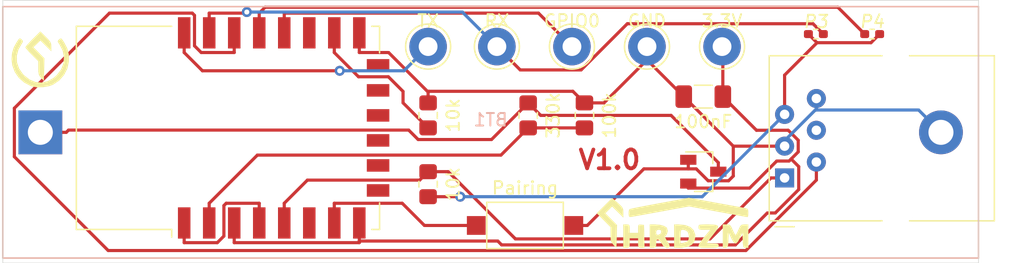
<source format=kicad_pcb>
(kicad_pcb (version 20171130) (host pcbnew "(5.1.9)-1")

  (general
    (thickness 1.6)
    (drawings 5)
    (tracks 138)
    (zones 0)
    (modules 19)
    (nets 24)
  )

  (page A4)
  (layers
    (0 F.Cu signal)
    (31 B.Cu signal)
    (32 B.Adhes user)
    (33 F.Adhes user)
    (34 B.Paste user)
    (35 F.Paste user)
    (36 B.SilkS user)
    (37 F.SilkS user)
    (38 B.Mask user)
    (39 F.Mask user)
    (40 Dwgs.User user)
    (41 Cmts.User user)
    (42 Eco1.User user)
    (43 Eco2.User user)
    (44 Edge.Cuts user)
    (45 Margin user)
    (46 B.CrtYd user)
    (47 F.CrtYd user)
    (48 B.Fab user)
    (49 F.Fab user)
  )

  (setup
    (last_trace_width 0.25)
    (trace_clearance 0.2)
    (zone_clearance 0.508)
    (zone_45_only no)
    (trace_min 0.2)
    (via_size 0.8)
    (via_drill 0.4)
    (via_min_size 0.4)
    (via_min_drill 0.3)
    (uvia_size 0.3)
    (uvia_drill 0.1)
    (uvias_allowed no)
    (uvia_min_size 0.2)
    (uvia_min_drill 0.1)
    (edge_width 0.05)
    (segment_width 0.2)
    (pcb_text_width 0.3)
    (pcb_text_size 1.5 1.5)
    (mod_edge_width 0.12)
    (mod_text_size 1 1)
    (mod_text_width 0.15)
    (pad_size 1.524 1.524)
    (pad_drill 0.762)
    (pad_to_mask_clearance 0)
    (aux_axis_origin 0 0)
    (visible_elements 7FFFFFFF)
    (pcbplotparams
      (layerselection 0x010fc_ffffffff)
      (usegerberextensions false)
      (usegerberattributes true)
      (usegerberadvancedattributes true)
      (creategerberjobfile true)
      (excludeedgelayer true)
      (linewidth 0.100000)
      (plotframeref false)
      (viasonmask false)
      (mode 1)
      (useauxorigin false)
      (hpglpennumber 1)
      (hpglpenspeed 20)
      (hpglpendiameter 15.000000)
      (psnegative false)
      (psa4output false)
      (plotreference true)
      (plotvalue true)
      (plotinvisibletext false)
      (padsonsilk false)
      (subtractmaskfromsilk false)
      (outputformat 1)
      (mirror false)
      (drillshape 1)
      (scaleselection 1)
      (outputdirectory ""))
  )

  (net 0 "")
  (net 1 +3V8)
  (net 2 GND)
  (net 3 +3V3)
  (net 4 "Net-(J2-Pad1)")
  (net 5 "Net-(J4-Pad1)")
  (net 6 "Net-(R1-Pad2)")
  (net 7 "Net-(R4-Pad1)")
  (net 8 "Net-(SW1-Pad1)")
  (net 9 "Net-(U2-Pad1)")
  (net 10 "Net-(U2-Pad6)")
  (net 11 "Net-(U2-Pad9)")
  (net 12 "Net-(U2-Pad10)")
  (net 13 "Net-(U2-Pad11)")
  (net 14 "Net-(U2-Pad12)")
  (net 15 "Net-(U2-Pad13)")
  (net 16 "Net-(U2-Pad14)")
  (net 17 "Net-(U2-Pad17)")
  (net 18 /GPIO3)
  (net 19 /GPIO4)
  (net 20 "Net-(J7-Pad1)")
  (net 21 "Net-(J7-Pad2)")
  (net 22 "Net-(J7-Pad4)")
  (net 23 "Net-(J7-Pad5)")

  (net_class Default "This is the default net class."
    (clearance 0.2)
    (trace_width 0.25)
    (via_dia 0.8)
    (via_drill 0.4)
    (uvia_dia 0.3)
    (uvia_drill 0.1)
    (add_net +3V3)
    (add_net +3V8)
    (add_net /GPIO3)
    (add_net /GPIO4)
    (add_net GND)
    (add_net "Net-(J2-Pad1)")
    (add_net "Net-(J4-Pad1)")
    (add_net "Net-(J7-Pad1)")
    (add_net "Net-(J7-Pad2)")
    (add_net "Net-(J7-Pad4)")
    (add_net "Net-(J7-Pad5)")
    (add_net "Net-(R1-Pad2)")
    (add_net "Net-(R4-Pad1)")
    (add_net "Net-(SW1-Pad1)")
    (add_net "Net-(U2-Pad1)")
    (add_net "Net-(U2-Pad10)")
    (add_net "Net-(U2-Pad11)")
    (add_net "Net-(U2-Pad12)")
    (add_net "Net-(U2-Pad13)")
    (add_net "Net-(U2-Pad14)")
    (add_net "Net-(U2-Pad17)")
    (add_net "Net-(U2-Pad6)")
    (add_net "Net-(U2-Pad9)")
  )

  (module "SHRDZM:SHRDZM 12x4" (layer F.Cu) (tedit 0) (tstamp 606B2F9F)
    (at 93.5 47.75)
    (fp_text reference G1 (at 0 0) (layer F.SilkS) hide
      (effects (font (size 1.524 1.524) (thickness 0.3)))
    )
    (fp_text value LOGO (at 0.75 0) (layer F.SilkS) hide
      (effects (font (size 1.524 1.524) (thickness 0.3)))
    )
    (fp_poly (pts (xy -4.339167 -1.554769) (xy -4.102935 -1.341889) (xy -3.969597 -1.184039) (xy -3.909977 -1.030267)
      (xy -3.894903 -0.82962) (xy -3.894667 -0.778436) (xy -3.894667 -0.386785) (xy -4.341309 -0.827879)
      (xy -4.787951 -1.268972) (xy -5.060564 -0.996359) (xy -5.333178 -0.723746) (xy -4.864899 -0.250529)
      (xy -4.39662 0.222687) (xy -4.445 2.043753) (xy -4.677833 1.80041) (xy -4.803636 1.650301)
      (xy -4.873933 1.494676) (xy -4.904383 1.277766) (xy -4.910667 0.971158) (xy -4.910667 0.385249)
      (xy -5.460997 -0.169331) (xy -6.011328 -0.723911) (xy -5.397497 -1.331681) (xy -4.783667 -1.939451)
      (xy -4.339167 -1.554769)) (layer F.SilkS) (width 0.01))
    (fp_poly (pts (xy -3.4778 0.182707) (xy -3.405399 0.255179) (xy -3.387068 0.435278) (xy -3.386667 0.508)
      (xy -3.386667 0.846667) (xy -2.709333 0.846667) (xy -2.709333 0.502376) (xy -2.700484 0.284237)
      (xy -2.652374 0.191189) (xy -2.532663 0.179128) (xy -2.4765 0.184876) (xy -2.243667 0.211667)
      (xy -2.219636 1.121833) (xy -2.195605 2.032) (xy -2.452469 2.032) (xy -2.610402 2.021196)
      (xy -2.685203 1.958135) (xy -2.707864 1.796845) (xy -2.709333 1.651) (xy -2.709333 1.27)
      (xy -3.386667 1.27) (xy -3.386667 1.651) (xy -3.39403 1.885283) (xy -3.436543 1.996247)
      (xy -3.544843 2.029846) (xy -3.640667 2.032) (xy -3.894667 2.032) (xy -3.894667 0.169333)
      (xy -3.640667 0.169333) (xy -3.4778 0.182707)) (layer F.SilkS) (width 0.01))
    (fp_poly (pts (xy -0.96904 0.200286) (xy -0.647051 0.284681) (xy -0.437448 0.409818) (xy -0.405186 0.449797)
      (xy -0.34261 0.690252) (xy -0.413327 0.942162) (xy -0.473038 1.024145) (xy -0.546761 1.128457)
      (xy -0.542382 1.236282) (xy -0.449975 1.402824) (xy -0.388371 1.494965) (xy -0.225591 1.764688)
      (xy -0.182043 1.9318) (xy -0.258192 2.01439) (xy -0.402167 2.031771) (xy -0.581024 1.99333)
      (xy -0.723127 1.852073) (xy -0.804333 1.71527) (xy -0.94335 1.510789) (xy -1.084499 1.384943)
      (xy -1.121833 1.370624) (xy -1.217912 1.382265) (xy -1.261258 1.491832) (xy -1.27 1.687125)
      (xy -1.279567 1.906847) (xy -1.3319 2.005526) (xy -1.462448 2.031292) (xy -1.524 2.032)
      (xy -1.778 2.032) (xy -1.778 0.810222) (xy -1.27 0.810222) (xy -1.24236 0.968798)
      (xy -1.130783 1.006054) (xy -1.0795 1.000722) (xy -0.908334 0.904307) (xy -0.861945 0.783167)
      (xy -0.873301 0.640873) (xy -0.994121 0.594375) (xy -1.052445 0.592667) (xy -1.216163 0.625115)
      (xy -1.268394 0.756412) (xy -1.27 0.810222) (xy -1.778 0.810222) (xy -1.778 0.169333)
      (xy -1.360179 0.169333) (xy -0.96904 0.200286)) (layer F.SilkS) (width 0.01))
    (fp_poly (pts (xy 0.529167 0.169805) (xy 1.060406 0.221315) (xy 1.459514 0.373016) (xy 1.72388 0.623012)
      (xy 1.850897 0.969408) (xy 1.862667 1.138453) (xy 1.796486 1.50946) (xy 1.596677 1.780497)
      (xy 1.261339 1.952941) (xy 0.78857 2.028169) (xy 0.629488 2.032) (xy 0.169333 2.032)
      (xy 0.169333 1.144613) (xy 0.677333 1.144613) (xy 0.677333 1.696559) (xy 0.910167 1.640938)
      (xy 1.121386 1.570607) (xy 1.248833 1.501958) (xy 1.331867 1.345374) (xy 1.349892 1.109954)
      (xy 1.305584 0.872081) (xy 1.221619 0.725714) (xy 1.032685 0.619315) (xy 0.882952 0.592667)
      (xy 0.7725 0.603053) (xy 0.710906 0.659649) (xy 0.683957 0.800611) (xy 0.677437 1.064093)
      (xy 0.677333 1.144613) (xy 0.169333 1.144613) (xy 0.169333 0.169333) (xy 0.529167 0.169805)) (layer F.SilkS) (width 0.01))
    (fp_poly (pts (xy 3.304644 0.17851) (xy 3.56904 0.218742) (xy 3.683354 0.309087) (xy 3.656425 0.468597)
      (xy 3.497094 0.71633) (xy 3.2689 1.004714) (xy 3.057051 1.269371) (xy 2.893897 1.484072)
      (xy 2.80401 1.615987) (xy 2.794 1.639258) (xy 2.870587 1.668878) (xy 3.068141 1.688519)
      (xy 3.259667 1.693333) (xy 3.528774 1.700683) (xy 3.668965 1.732461) (xy 3.720367 1.80326)
      (xy 3.725333 1.862667) (xy 3.713187 1.941369) (xy 3.65581 1.99104) (xy 3.521789 2.018294)
      (xy 3.279715 2.029741) (xy 2.921 2.032) (xy 2.545032 2.028775) (xy 2.307521 2.015244)
      (xy 2.177648 1.985626) (xy 2.124597 1.934137) (xy 2.116667 1.881075) (xy 2.168369 1.750319)
      (xy 2.306258 1.531943) (xy 2.504506 1.26532) (xy 2.588745 1.161408) (xy 3.060824 0.592667)
      (xy 2.588745 0.592667) (xy 2.319763 0.587345) (xy 2.178882 0.559073) (xy 2.124931 0.489391)
      (xy 2.116667 0.381) (xy 2.122702 0.28094) (xy 2.162495 0.218748) (xy 2.268574 0.185422)
      (xy 2.473468 0.171955) (xy 2.809705 0.169345) (xy 2.881324 0.169333) (xy 3.304644 0.17851)) (layer F.SilkS) (width 0.01))
    (fp_poly (pts (xy 4.54499 0.181917) (xy 4.661268 0.246027) (xy 4.758405 0.401205) (xy 4.84198 0.592667)
      (xy 4.94996 0.827281) (xy 5.040807 0.981007) (xy 5.08 1.016) (xy 5.144101 0.944558)
      (xy 5.243043 0.760731) (xy 5.318019 0.592667) (xy 5.429089 0.346935) (xy 5.527062 0.220882)
      (xy 5.656487 0.174968) (xy 5.794974 0.169333) (xy 6.096 0.169333) (xy 6.096 2.032)
      (xy 5.888042 2.032) (xy 5.780403 2.022184) (xy 5.71608 1.968614) (xy 5.681348 1.835104)
      (xy 5.662482 1.585467) (xy 5.655209 1.418167) (xy 5.630333 0.804333) (xy 5.429407 1.248833)
      (xy 5.268167 1.544634) (xy 5.124582 1.68332) (xy 5.08 1.693333) (xy 4.943936 1.610918)
      (xy 4.788142 1.368747) (xy 4.730593 1.248833) (xy 4.529667 0.804333) (xy 4.504791 1.418167)
      (xy 4.488637 1.734716) (xy 4.463054 1.918171) (xy 4.414315 2.00472) (xy 4.328695 2.030546)
      (xy 4.271957 2.032) (xy 4.064 2.032) (xy 4.064 0.169333) (xy 4.365025 0.169333)
      (xy 4.54499 0.181917)) (layer F.SilkS) (width 0.01))
    (fp_poly (pts (xy 3.486147 -1.570411) (xy 4.079853 -1.462792) (xy 4.628866 -1.362878) (xy 5.107899 -1.275302)
      (xy 5.491662 -1.204698) (xy 5.754867 -1.155699) (xy 5.863167 -1.134858) (xy 6.015575 -1.082802)
      (xy 6.081718 -0.973963) (xy 6.096 -0.755273) (xy 6.083809 -0.545616) (xy 6.053427 -0.430756)
      (xy 6.042102 -0.423333) (xy 5.947936 -0.438102) (xy 5.709059 -0.479793) (xy 5.347257 -0.54448)
      (xy 4.884319 -0.62824) (xy 4.342034 -0.727149) (xy 3.742188 -0.837282) (xy 3.671435 -0.850317)
      (xy 1.354666 -1.277301) (xy -0.962102 -0.850317) (xy -1.569724 -0.738948) (xy -2.124676 -0.638407)
      (xy -2.60465 -0.552644) (xy -2.987336 -0.485605) (xy -3.250426 -0.441239) (xy -3.37161 -0.423492)
      (xy -3.375102 -0.423333) (xy -3.439406 -0.497767) (xy -3.470707 -0.681168) (xy -3.471333 -0.71467)
      (xy -3.450501 -0.924369) (xy -3.399634 -1.049136) (xy -3.392527 -1.054711) (xy -3.29163 -1.082145)
      (xy -3.046155 -1.135263) (xy -2.678171 -1.209701) (xy -2.209745 -1.301092) (xy -1.662947 -1.40507)
      (xy -1.059845 -1.517269) (xy -0.98588 -1.530868) (xy 1.341961 -1.958318) (xy 3.486147 -1.570411)) (layer F.SilkS) (width 0.01))
  )

  (module "SHRDZM:SHRDZM Symbol 5x5" (layer F.Cu) (tedit 0) (tstamp 606B2D7D)
    (at 43 34.75)
    (fp_text reference G2 (at 0 0) (layer F.SilkS) hide
      (effects (font (size 1.524 1.524) (thickness 0.3)))
    )
    (fp_text value LOGO (at 0.75 0) (layer F.SilkS) hide
      (effects (font (size 1.524 1.524) (thickness 0.3)))
    )
    (fp_poly (pts (xy -1.506686 -1.625883) (xy -1.503334 -1.622852) (xy -1.398724 -1.505223) (xy -1.412956 -1.400282)
      (xy -1.469728 -1.316374) (xy -1.75387 -0.815712) (xy -1.886962 -0.30033) (xy -1.870112 0.211618)
      (xy -1.704429 0.701978) (xy -1.391021 1.152595) (xy -1.314082 1.233002) (xy -0.864498 1.5863)
      (xy -0.389162 1.785985) (xy 0.097619 1.832058) (xy 0.581538 1.724518) (xy 1.048286 1.463366)
      (xy 1.314081 1.233002) (xy 1.655709 0.792086) (xy 1.849824 0.307945) (xy 1.895319 -0.201268)
      (xy 1.791085 -0.717399) (xy 1.536013 -1.222293) (xy 1.469727 -1.316374) (xy 1.392661 -1.44994)
      (xy 1.429417 -1.550408) (xy 1.503333 -1.622852) (xy 1.595643 -1.694892) (xy 1.669653 -1.693628)
      (xy 1.758787 -1.598696) (xy 1.896469 -1.389728) (xy 1.903109 -1.379261) (xy 2.154504 -0.894106)
      (xy 2.275576 -0.412973) (xy 2.281585 0.121397) (xy 2.159228 0.698) (xy 1.896881 1.216996)
      (xy 1.509151 1.656847) (xy 1.010647 1.996013) (xy 1.009923 1.996385) (xy 0.657971 2.119791)
      (xy 0.226438 2.189529) (xy -0.218985 2.201228) (xy -0.612607 2.150515) (xy -0.738348 2.112708)
      (xy -1.277564 1.834626) (xy -1.717995 1.449179) (xy -2.044617 0.977102) (xy -2.242407 0.439127)
      (xy -2.297949 -0.039688) (xy -2.260217 -0.53047) (xy -2.125067 -0.969971) (xy -1.902146 -1.380781)
      (xy -1.762284 -1.59393) (xy -1.672115 -1.692258) (xy -1.598096 -1.696122) (xy -1.506686 -1.625883)) (layer F.SilkS) (width 0.01))
    (fp_poly (pts (xy 0.436196 -1.825987) (xy 0.66022 -1.596669) (xy 0.791224 -1.429677) (xy 0.853769 -1.280676)
      (xy 0.872417 -1.105331) (xy 0.873125 -1.037298) (xy 0.873125 -0.680111) (xy 0.43736 -1.110462)
      (xy 0.001596 -1.540814) (xy -0.278011 -1.269809) (xy -0.557617 -0.998804) (xy 0.322975 -0.108926)
      (xy 0.300394 0.784464) (xy 0.277812 1.677854) (xy 0.059531 1.44974) (xy -0.057965 1.309741)
      (xy -0.123848 1.16476) (xy -0.15261 0.9629) (xy -0.15875 0.668051) (xy -0.15875 0.114476)
      (xy -0.674688 -0.396875) (xy -0.902046 -0.630826) (xy -1.078259 -0.828545) (xy -1.177694 -0.960471)
      (xy -1.190625 -0.991882) (xy -1.137382 -1.079261) (xy -0.993484 -1.249778) (xy -0.782674 -1.476507)
      (xy -0.595679 -1.666512) (xy -0.000732 -2.257487) (xy 0.436196 -1.825987)) (layer F.SilkS) (width 0.01))
  )

  (module ErichCollection:BatteryHolder_MPD_BH-18650-PC2_NoHole (layer B.Cu) (tedit 606B1FFD) (tstamp 606A4404)
    (at 43 40.555)
    (descr "18650 Battery Holder (http://www.memoryprotectiondevices.com/datasheets/BK-18650-PC2-datasheet.pdf)")
    (tags "18650 Battery Holder")
    (path /6069EBD8)
    (fp_text reference BT1 (at 36 -1) (layer B.SilkS)
      (effects (font (size 1 1) (thickness 0.15)) (justify mirror))
    )
    (fp_text value Battery_Cell (at 36 0.8) (layer B.Fab)
      (effects (font (size 1 1) (thickness 0.15)) (justify mirror))
    )
    (fp_line (start -3 -10.05) (end -3 10.05) (layer B.SilkS) (width 0.12))
    (fp_line (start 75 -10.05) (end -3 -10.05) (layer B.SilkS) (width 0.12))
    (fp_line (start 75 10.05) (end 75 -10.05) (layer B.SilkS) (width 0.12))
    (fp_line (start -3 10.05) (end 75 10.05) (layer B.SilkS) (width 0.12))
    (fp_line (start -2.8 -9.85) (end -2.8 9.85) (layer B.Fab) (width 0.1))
    (fp_line (start 74.8 -9.85) (end -2.8 -9.85) (layer B.Fab) (width 0.1))
    (fp_line (start 74.8 9.85) (end 74.8 -9.85) (layer B.Fab) (width 0.1))
    (fp_line (start -2.8 9.85) (end 74.8 9.85) (layer B.Fab) (width 0.1))
    (fp_line (start -3.2 -10.25) (end -3.2 10.25) (layer B.CrtYd) (width 0.05))
    (fp_line (start 75.2 -10.25) (end -3.2 -10.25) (layer B.CrtYd) (width 0.05))
    (fp_line (start 75.2 10.25) (end 75.2 -10.25) (layer B.CrtYd) (width 0.05))
    (fp_line (start -3.2 10.25) (end 75.2 10.25) (layer B.CrtYd) (width 0.05))
    (fp_text user %R (at 36 2.4) (layer B.Fab)
      (effects (font (size 1 1) (thickness 0.15)) (justify mirror))
    )
    (pad 1 thru_hole rect (at 0 0) (size 3.5 3.5) (drill 2) (layers *.Cu *.Mask)
      (net 1 +3V8))
    (pad 2 thru_hole circle (at 72 0) (size 3.5 3.5) (drill 2) (layers *.Cu *.Mask)
      (net 2 GND))
    (model ${KISYS3DMOD}/Battery.3dshapes/BatteryHolder_MPD_BH-18650-PC2.wrl
      (at (xyz 0 0 0))
      (scale (xyz 1 1 1))
      (rotate (xyz 0 0 0))
    )
  )

  (module Connector_RJ:RJ12_Amphenol_54601 (layer F.Cu) (tedit 5AE2E32D) (tstamp 606AF69B)
    (at 102.5 44.2 90)
    (descr "RJ12 connector  https://cdn.amphenol-icc.com/media/wysiwyg/files/drawing/c-bmj-0082.pdf")
    (tags "RJ12 connector")
    (path /6072674D)
    (fp_text reference J7 (at -1.67 -2.16 90) (layer F.SilkS) hide
      (effects (font (size 1 1) (thickness 0.15)))
    )
    (fp_text value RJ12 (at 3.54 18.3 90) (layer F.Fab)
      (effects (font (size 1 1) (thickness 0.15)))
    )
    (fp_line (start -3.43 -0.48) (end -3.43 -1.23) (layer F.Fab) (width 0.1))
    (fp_line (start -2.93 0.02) (end -3.43 -0.48) (layer F.Fab) (width 0.1))
    (fp_line (start -3.43 0.52) (end -2.93 0.02) (layer F.Fab) (width 0.1))
    (fp_line (start -3.9 0.77) (end -3.9 -0.76) (layer F.SilkS) (width 0.12))
    (fp_line (start -3.43 7.79) (end -3.43 -1.23) (layer F.SilkS) (width 0.12))
    (fp_line (start -3.43 7.72) (end -3.43 7.79) (layer F.SilkS) (width 0.1))
    (fp_line (start -3.43 16.77) (end -3.43 9.99) (layer F.SilkS) (width 0.12))
    (fp_line (start 9.77 16.77) (end -3.43 16.77) (layer F.SilkS) (width 0.12))
    (fp_line (start 9.77 16.76) (end 9.77 16.77) (layer F.SilkS) (width 0.1))
    (fp_line (start 9.77 16.77) (end 9.77 9.99) (layer F.SilkS) (width 0.12))
    (fp_line (start 9.77 16.65) (end 9.77 16.77) (layer F.SilkS) (width 0.1))
    (fp_line (start 9.77 -1.23) (end 9.77 7.79) (layer F.SilkS) (width 0.12))
    (fp_line (start -3.43 -1.23) (end 9.77 -1.23) (layer F.SilkS) (width 0.12))
    (fp_line (start -4.04 17.27) (end -4.04 -1.73) (layer F.CrtYd) (width 0.05))
    (fp_line (start 10.38 17.27) (end -4.04 17.27) (layer F.CrtYd) (width 0.05))
    (fp_line (start 10.38 -1.73) (end 10.38 17.27) (layer F.CrtYd) (width 0.05))
    (fp_line (start -4.04 -1.73) (end 10.38 -1.73) (layer F.CrtYd) (width 0.05))
    (fp_line (start 9.77 16.77) (end -3.43 16.77) (layer F.Fab) (width 0.1))
    (fp_line (start 9.77 -1.23) (end 9.77 16.77) (layer F.Fab) (width 0.1))
    (fp_line (start -3.43 -1.23) (end 9.77 -1.23) (layer F.Fab) (width 0.1))
    (fp_line (start -3.43 16.77) (end -3.43 0.52) (layer F.Fab) (width 0.1))
    (fp_text user %R (at 3.16 7.76 90) (layer F.Fab)
      (effects (font (size 1 1) (thickness 0.15)))
    )
    (pad 1 thru_hole rect (at 0 0 90) (size 1.52 1.52) (drill 0.76) (layers *.Cu *.Mask)
      (net 20 "Net-(J7-Pad1)"))
    (pad "" np_thru_hole circle (at -1.91 8.89 90) (size 3.25 3.25) (drill 3.25) (layers *.Cu *.Mask))
    (pad 2 thru_hole circle (at 1.27 2.54 90) (size 1.52 1.52) (drill 0.76) (layers *.Cu *.Mask)
      (net 21 "Net-(J7-Pad2)"))
    (pad 3 thru_hole circle (at 2.54 0 90) (size 1.52 1.52) (drill 0.76) (layers *.Cu *.Mask)
      (net 2 GND))
    (pad 4 thru_hole circle (at 3.81 2.54 90) (size 1.52 1.52) (drill 0.76) (layers *.Cu *.Mask)
      (net 22 "Net-(J7-Pad4)"))
    (pad 5 thru_hole circle (at 5.08 0 90) (size 1.52 1.52) (drill 0.76) (layers *.Cu *.Mask)
      (net 23 "Net-(J7-Pad5)"))
    (pad 6 thru_hole circle (at 6.35 2.54 90) (size 1.52 1.52) (drill 0.76) (layers *.Cu *.Mask)
      (net 2 GND))
    (pad "" np_thru_hole circle (at 8.25 8.89 90) (size 3.25 3.25) (drill 3.25) (layers *.Cu *.Mask))
    (model ${KISYS3DMOD}/Connector_RJ.3dshapes/RJ12_Amphenol_54601.wrl
      (at (xyz 0 0 0))
      (scale (xyz 1 1 1))
      (rotate (xyz 0 0 0))
    )
    (model C:/Users/erich/Nextcloud/Diverses/KiCAD/model/95501-2661.wrl
      (offset (xyz 3.2 -17 5.75))
      (scale (xyz 400 400 400))
      (rotate (xyz -90 0 0))
    )
  )

  (module Resistor_SMD:R_0402_1005Metric_Pad0.72x0.64mm_HandSolder (layer F.Cu) (tedit 5F6BB9E0) (tstamp 606AC924)
    (at 109.5 32.7 180)
    (descr "Resistor SMD 0402 (1005 Metric), square (rectangular) end terminal, IPC_7351 nominal with elongated pad for handsoldering. (Body size source: IPC-SM-782 page 72, https://www.pcb-3d.com/wordpress/wp-content/uploads/ipc-sm-782a_amendment_1_and_2.pdf), generated with kicad-footprint-generator")
    (tags "resistor handsolder")
    (path /60715416)
    (attr smd)
    (fp_text reference R6 (at 0 -1.17) (layer F.SilkS) hide
      (effects (font (size 1 1) (thickness 0.15)))
    )
    (fp_text value 0R (at 0 1.17) (layer F.Fab) hide
      (effects (font (size 1 1) (thickness 0.15)))
    )
    (fp_line (start -0.525 0.27) (end -0.525 -0.27) (layer F.Fab) (width 0.1))
    (fp_line (start -0.525 -0.27) (end 0.525 -0.27) (layer F.Fab) (width 0.1))
    (fp_line (start 0.525 -0.27) (end 0.525 0.27) (layer F.Fab) (width 0.1))
    (fp_line (start 0.525 0.27) (end -0.525 0.27) (layer F.Fab) (width 0.1))
    (fp_line (start -0.167621 -0.38) (end 0.167621 -0.38) (layer F.SilkS) (width 0.12))
    (fp_line (start -0.167621 0.38) (end 0.167621 0.38) (layer F.SilkS) (width 0.12))
    (fp_line (start -1.1 0.47) (end -1.1 -0.47) (layer F.CrtYd) (width 0.05))
    (fp_line (start -1.1 -0.47) (end 1.1 -0.47) (layer F.CrtYd) (width 0.05))
    (fp_line (start 1.1 -0.47) (end 1.1 0.47) (layer F.CrtYd) (width 0.05))
    (fp_line (start 1.1 0.47) (end -1.1 0.47) (layer F.CrtYd) (width 0.05))
    (fp_text user %R (at 0 0) (layer F.Fab) hide
      (effects (font (size 0.26 0.26) (thickness 0.04)))
    )
    (fp_text user P4 (at 0 1 180) (layer F.SilkS)
      (effects (font (size 1 1) (thickness 0.15) italic))
    )
    (pad 2 smd roundrect (at 0.5975 0 180) (size 0.715 0.64) (layers F.Cu F.Paste F.Mask) (roundrect_rratio 0.25)
      (net 19 /GPIO4))
    (pad 1 smd roundrect (at -0.5975 0 180) (size 0.715 0.64) (layers F.Cu F.Paste F.Mask) (roundrect_rratio 0.25)
      (net 23 "Net-(J7-Pad5)"))
  )

  (module Resistor_SMD:R_0402_1005Metric_Pad0.72x0.64mm_HandSolder (layer F.Cu) (tedit 5F6BB9E0) (tstamp 606A44C4)
    (at 105 32.7)
    (descr "Resistor SMD 0402 (1005 Metric), square (rectangular) end terminal, IPC_7351 nominal with elongated pad for handsoldering. (Body size source: IPC-SM-782 page 72, https://www.pcb-3d.com/wordpress/wp-content/uploads/ipc-sm-782a_amendment_1_and_2.pdf), generated with kicad-footprint-generator")
    (tags "resistor handsolder")
    (path /606C9BA3)
    (attr smd)
    (fp_text reference R3 (at 0 -1.17) (layer F.SilkS) hide
      (effects (font (size 1 1) (thickness 0.15)))
    )
    (fp_text value 0R (at 0 1.17) (layer F.Fab) hide
      (effects (font (size 1 1) (thickness 0.15)))
    )
    (fp_line (start -0.525 0.27) (end -0.525 -0.27) (layer F.Fab) (width 0.1))
    (fp_line (start -0.525 -0.27) (end 0.525 -0.27) (layer F.Fab) (width 0.1))
    (fp_line (start 0.525 -0.27) (end 0.525 0.27) (layer F.Fab) (width 0.1))
    (fp_line (start 0.525 0.27) (end -0.525 0.27) (layer F.Fab) (width 0.1))
    (fp_line (start -0.167621 -0.38) (end 0.167621 -0.38) (layer F.SilkS) (width 0.12))
    (fp_line (start -0.167621 0.38) (end 0.167621 0.38) (layer F.SilkS) (width 0.12))
    (fp_line (start -1.1 0.47) (end -1.1 -0.47) (layer F.CrtYd) (width 0.05))
    (fp_line (start -1.1 -0.47) (end 1.1 -0.47) (layer F.CrtYd) (width 0.05))
    (fp_line (start 1.1 -0.47) (end 1.1 0.47) (layer F.CrtYd) (width 0.05))
    (fp_line (start 1.1 0.47) (end -1.1 0.47) (layer F.CrtYd) (width 0.05))
    (fp_text user %R (at 0 0) (layer F.Fab) hide
      (effects (font (size 0.26 0.26) (thickness 0.04)))
    )
    (fp_text user P3 (at 0 -1) (layer F.SilkS)
      (effects (font (size 1 1) (thickness 0.15) italic))
    )
    (pad 2 smd roundrect (at 0.5975 0) (size 0.715 0.64) (layers F.Cu F.Paste F.Mask) (roundrect_rratio 0.25)
      (net 18 /GPIO3))
    (pad 1 smd roundrect (at -0.5975 0) (size 0.715 0.64) (layers F.Cu F.Paste F.Mask) (roundrect_rratio 0.25)
      (net 23 "Net-(J7-Pad5)"))
  )

  (module Capacitor_SMD:C_1206_3216Metric_Pad1.33x1.80mm_HandSolder (layer F.Cu) (tedit 5F68FEEF) (tstamp 606A443D)
    (at 96 37.7 180)
    (descr "Capacitor SMD 1206 (3216 Metric), square (rectangular) end terminal, IPC_7351 nominal with elongated pad for handsoldering. (Body size source: IPC-SM-782 page 76, https://www.pcb-3d.com/wordpress/wp-content/uploads/ipc-sm-782a_amendment_1_and_2.pdf), generated with kicad-footprint-generator")
    (tags "capacitor handsolder")
    (path /606A2AB1)
    (attr smd)
    (fp_text reference C2 (at 0 -1.85) (layer F.SilkS) hide
      (effects (font (size 1 1) (thickness 0.15)))
    )
    (fp_text value 100nF (at 0 -2) (layer F.SilkS)
      (effects (font (size 1 1) (thickness 0.15)))
    )
    (fp_line (start 2.48 1.15) (end -2.48 1.15) (layer F.CrtYd) (width 0.05))
    (fp_line (start 2.48 -1.15) (end 2.48 1.15) (layer F.CrtYd) (width 0.05))
    (fp_line (start -2.48 -1.15) (end 2.48 -1.15) (layer F.CrtYd) (width 0.05))
    (fp_line (start -2.48 1.15) (end -2.48 -1.15) (layer F.CrtYd) (width 0.05))
    (fp_line (start -0.711252 0.91) (end 0.711252 0.91) (layer F.SilkS) (width 0.12))
    (fp_line (start -0.711252 -0.91) (end 0.711252 -0.91) (layer F.SilkS) (width 0.12))
    (fp_line (start 1.6 0.8) (end -1.6 0.8) (layer F.Fab) (width 0.1))
    (fp_line (start 1.6 -0.8) (end 1.6 0.8) (layer F.Fab) (width 0.1))
    (fp_line (start -1.6 -0.8) (end 1.6 -0.8) (layer F.Fab) (width 0.1))
    (fp_line (start -1.6 0.8) (end -1.6 -0.8) (layer F.Fab) (width 0.1))
    (fp_text user %R (at 0 0) (layer F.Fab)
      (effects (font (size 0.8 0.8) (thickness 0.12)))
    )
    (pad 1 smd roundrect (at -1.5625 0 180) (size 1.325 1.8) (layers F.Cu F.Paste F.Mask) (roundrect_rratio 0.188679)
      (net 3 +3V3))
    (pad 2 smd roundrect (at 1.5625 0 180) (size 1.325 1.8) (layers F.Cu F.Paste F.Mask) (roundrect_rratio 0.188679)
      (net 2 GND))
    (model ${KISYS3DMOD}/Capacitor_SMD.3dshapes/C_1206_3216Metric.wrl
      (at (xyz 0 0 0))
      (scale (xyz 1 1 1))
      (rotate (xyz 0 0 0))
    )
  )

  (module Connector_Pin:Pin_D1.3mm_L11.0mm_LooseFit (layer F.Cu) (tedit 5A1DC085) (tstamp 606A4447)
    (at 97.5 33.7)
    (descr "solder Pin_ diameter 1.3mm, hole diameter 1.5mm (loose fit), length 11.0mm")
    (tags "solder Pin_ loose fit")
    (path /606DCA38)
    (fp_text reference J1 (at 0 2.55) (layer F.SilkS) hide
      (effects (font (size 1 1) (thickness 0.15)))
    )
    (fp_text value 3.3V (at 0 -2.05) (layer F.SilkS)
      (effects (font (size 1 1) (thickness 0.15)))
    )
    (fp_circle (center 0 0) (end 1.8 0.05) (layer F.SilkS) (width 0.12))
    (fp_circle (center 0 0) (end 1.25 -0.05) (layer F.Fab) (width 0.12))
    (fp_circle (center 0 0) (end 0.65 -0.05) (layer F.Fab) (width 0.12))
    (fp_circle (center 0 0) (end 2 0) (layer F.CrtYd) (width 0.05))
    (fp_text user %R (at 0 2.55) (layer F.Fab)
      (effects (font (size 1 1) (thickness 0.15)))
    )
    (pad 1 thru_hole circle (at 0 0) (size 3 3) (drill 1.5) (layers *.Cu *.Mask)
      (net 3 +3V3))
    (model ${KISYS3DMOD}/Connector_Pin.3dshapes/Pin_D1.3mm_L11.0mm_LooseFit.wrl
      (at (xyz 0 0 0))
      (scale (xyz 1 1 1))
      (rotate (xyz 0 0 0))
    )
  )

  (module Connector_Pin:Pin_D1.3mm_L11.0mm_LooseFit (layer F.Cu) (tedit 5A1DC085) (tstamp 606A4451)
    (at 74 33.7)
    (descr "solder Pin_ diameter 1.3mm, hole diameter 1.5mm (loose fit), length 11.0mm")
    (tags "solder Pin_ loose fit")
    (path /606D4D92)
    (fp_text reference J2 (at 0 2.55) (layer F.SilkS) hide
      (effects (font (size 1 1) (thickness 0.15)))
    )
    (fp_text value TX (at 0 -2.05) (layer F.SilkS)
      (effects (font (size 1 1) (thickness 0.15)))
    )
    (fp_circle (center 0 0) (end 1.8 0.05) (layer F.SilkS) (width 0.12))
    (fp_circle (center 0 0) (end 1.25 -0.05) (layer F.Fab) (width 0.12))
    (fp_circle (center 0 0) (end 0.65 -0.05) (layer F.Fab) (width 0.12))
    (fp_circle (center 0 0) (end 2 0) (layer F.CrtYd) (width 0.05))
    (fp_text user %R (at 0 2.55) (layer F.Fab)
      (effects (font (size 1 1) (thickness 0.15)))
    )
    (pad 1 thru_hole circle (at 0 0) (size 3 3) (drill 1.5) (layers *.Cu *.Mask)
      (net 4 "Net-(J2-Pad1)"))
    (model ${KISYS3DMOD}/Connector_Pin.3dshapes/Pin_D1.3mm_L11.0mm_LooseFit.wrl
      (at (xyz 0 0 0))
      (scale (xyz 1 1 1))
      (rotate (xyz 0 0 0))
    )
  )

  (module Connector_Pin:Pin_D1.3mm_L11.0mm_LooseFit (layer F.Cu) (tedit 5A1DC085) (tstamp 606A445B)
    (at 79.5 33.7)
    (descr "solder Pin_ diameter 1.3mm, hole diameter 1.5mm (loose fit), length 11.0mm")
    (tags "solder Pin_ loose fit")
    (path /606D506A)
    (fp_text reference J3 (at 0 2.55) (layer F.SilkS) hide
      (effects (font (size 1 1) (thickness 0.15)))
    )
    (fp_text value RX (at 0 -2.05) (layer F.SilkS)
      (effects (font (size 1 1) (thickness 0.15)))
    )
    (fp_circle (center 0 0) (end 2 0) (layer F.CrtYd) (width 0.05))
    (fp_circle (center 0 0) (end 0.65 -0.05) (layer F.Fab) (width 0.12))
    (fp_circle (center 0 0) (end 1.25 -0.05) (layer F.Fab) (width 0.12))
    (fp_circle (center 0 0) (end 1.8 0.05) (layer F.SilkS) (width 0.12))
    (fp_text user %R (at 0 2.55) (layer F.Fab)
      (effects (font (size 1 1) (thickness 0.15)))
    )
    (pad 1 thru_hole circle (at 0 0) (size 3 3) (drill 1.5) (layers *.Cu *.Mask)
      (net 18 /GPIO3))
    (model ${KISYS3DMOD}/Connector_Pin.3dshapes/Pin_D1.3mm_L11.0mm_LooseFit.wrl
      (at (xyz 0 0 0))
      (scale (xyz 1 1 1))
      (rotate (xyz 0 0 0))
    )
  )

  (module Connector_Pin:Pin_D1.3mm_L11.0mm_LooseFit (layer F.Cu) (tedit 5A1DC085) (tstamp 606A4465)
    (at 85.5 33.7)
    (descr "solder Pin_ diameter 1.3mm, hole diameter 1.5mm (loose fit), length 11.0mm")
    (tags "solder Pin_ loose fit")
    (path /606DB69B)
    (fp_text reference J4 (at 0 2.55) (layer F.SilkS) hide
      (effects (font (size 1 1) (thickness 0.15)))
    )
    (fp_text value GPIO0 (at 0 -2.05) (layer F.SilkS)
      (effects (font (size 1 1) (thickness 0.15)))
    )
    (fp_circle (center 0 0) (end 2 0) (layer F.CrtYd) (width 0.05))
    (fp_circle (center 0 0) (end 0.65 -0.05) (layer F.Fab) (width 0.12))
    (fp_circle (center 0 0) (end 1.25 -0.05) (layer F.Fab) (width 0.12))
    (fp_circle (center 0 0) (end 1.8 0.05) (layer F.SilkS) (width 0.12))
    (fp_text user %R (at 0 2.55) (layer F.Fab)
      (effects (font (size 1 1) (thickness 0.15)))
    )
    (pad 1 thru_hole circle (at 0 0) (size 3 3) (drill 1.5) (layers *.Cu *.Mask)
      (net 5 "Net-(J4-Pad1)"))
    (model ${KISYS3DMOD}/Connector_Pin.3dshapes/Pin_D1.3mm_L11.0mm_LooseFit.wrl
      (at (xyz 0 0 0))
      (scale (xyz 1 1 1))
      (rotate (xyz 0 0 0))
    )
  )

  (module Connector_Pin:Pin_D1.3mm_L11.0mm_LooseFit (layer F.Cu) (tedit 5A1DC085) (tstamp 606A4491)
    (at 91.5 33.7)
    (descr "solder Pin_ diameter 1.3mm, hole diameter 1.5mm (loose fit), length 11.0mm")
    (tags "solder Pin_ loose fit")
    (path /606D9AB0)
    (fp_text reference J6 (at 0 2.55) (layer F.SilkS) hide
      (effects (font (size 1 1) (thickness 0.15)))
    )
    (fp_text value GND (at 0 -2.05) (layer F.SilkS)
      (effects (font (size 1 1) (thickness 0.15)))
    )
    (fp_circle (center 0 0) (end 1.8 0.05) (layer F.SilkS) (width 0.12))
    (fp_circle (center 0 0) (end 1.25 -0.05) (layer F.Fab) (width 0.12))
    (fp_circle (center 0 0) (end 0.65 -0.05) (layer F.Fab) (width 0.12))
    (fp_circle (center 0 0) (end 2 0) (layer F.CrtYd) (width 0.05))
    (fp_text user %R (at 0 2.55) (layer F.Fab)
      (effects (font (size 1 1) (thickness 0.15)))
    )
    (pad 1 thru_hole circle (at 0 0) (size 3 3) (drill 1.5) (layers *.Cu *.Mask)
      (net 2 GND))
    (model ${KISYS3DMOD}/Connector_Pin.3dshapes/Pin_D1.3mm_L11.0mm_LooseFit.wrl
      (at (xyz 0 0 0))
      (scale (xyz 1 1 1))
      (rotate (xyz 0 0 0))
    )
  )

  (module Resistor_SMD:R_0805_2012Metric_Pad1.20x1.40mm_HandSolder (layer F.Cu) (tedit 5F68FEEE) (tstamp 606A44A2)
    (at 82 39.2 270)
    (descr "Resistor SMD 0805 (2012 Metric), square (rectangular) end terminal, IPC_7351 nominal with elongated pad for handsoldering. (Body size source: IPC-SM-782 page 72, https://www.pcb-3d.com/wordpress/wp-content/uploads/ipc-sm-782a_amendment_1_and_2.pdf), generated with kicad-footprint-generator")
    (tags "resistor handsolder")
    (path /606B5E5F)
    (attr smd)
    (fp_text reference R1 (at 0 -1.65 90) (layer F.SilkS) hide
      (effects (font (size 1 1) (thickness 0.15)))
    )
    (fp_text value 330k (at 0 -2 90) (layer F.SilkS)
      (effects (font (size 1 1) (thickness 0.15)))
    )
    (fp_line (start 1.85 0.95) (end -1.85 0.95) (layer F.CrtYd) (width 0.05))
    (fp_line (start 1.85 -0.95) (end 1.85 0.95) (layer F.CrtYd) (width 0.05))
    (fp_line (start -1.85 -0.95) (end 1.85 -0.95) (layer F.CrtYd) (width 0.05))
    (fp_line (start -1.85 0.95) (end -1.85 -0.95) (layer F.CrtYd) (width 0.05))
    (fp_line (start -0.227064 0.735) (end 0.227064 0.735) (layer F.SilkS) (width 0.12))
    (fp_line (start -0.227064 -0.735) (end 0.227064 -0.735) (layer F.SilkS) (width 0.12))
    (fp_line (start 1 0.625) (end -1 0.625) (layer F.Fab) (width 0.1))
    (fp_line (start 1 -0.625) (end 1 0.625) (layer F.Fab) (width 0.1))
    (fp_line (start -1 -0.625) (end 1 -0.625) (layer F.Fab) (width 0.1))
    (fp_line (start -1 0.625) (end -1 -0.625) (layer F.Fab) (width 0.1))
    (fp_text user %R (at 0 0 90) (layer F.Fab)
      (effects (font (size 0.5 0.5) (thickness 0.08)))
    )
    (pad 1 smd roundrect (at -1 0 270) (size 1.2 1.4) (layers F.Cu F.Paste F.Mask) (roundrect_rratio 0.208333)
      (net 1 +3V8))
    (pad 2 smd roundrect (at 1 0 270) (size 1.2 1.4) (layers F.Cu F.Paste F.Mask) (roundrect_rratio 0.208333)
      (net 6 "Net-(R1-Pad2)"))
    (model ${KISYS3DMOD}/Resistor_SMD.3dshapes/R_0805_2012Metric.wrl
      (at (xyz 0 0 0))
      (scale (xyz 1 1 1))
      (rotate (xyz 0 0 0))
    )
  )

  (module Resistor_SMD:R_0805_2012Metric_Pad1.20x1.40mm_HandSolder (layer F.Cu) (tedit 5F68FEEE) (tstamp 606A44B3)
    (at 86.5 39.2 90)
    (descr "Resistor SMD 0805 (2012 Metric), square (rectangular) end terminal, IPC_7351 nominal with elongated pad for handsoldering. (Body size source: IPC-SM-782 page 72, https://www.pcb-3d.com/wordpress/wp-content/uploads/ipc-sm-782a_amendment_1_and_2.pdf), generated with kicad-footprint-generator")
    (tags "resistor handsolder")
    (path /606B6075)
    (attr smd)
    (fp_text reference R2 (at 0 -1.65 90) (layer F.SilkS) hide
      (effects (font (size 1 1) (thickness 0.15)))
    )
    (fp_text value 100k (at 0 2 90) (layer F.SilkS)
      (effects (font (size 1 1) (thickness 0.15)))
    )
    (fp_line (start -1 0.625) (end -1 -0.625) (layer F.Fab) (width 0.1))
    (fp_line (start -1 -0.625) (end 1 -0.625) (layer F.Fab) (width 0.1))
    (fp_line (start 1 -0.625) (end 1 0.625) (layer F.Fab) (width 0.1))
    (fp_line (start 1 0.625) (end -1 0.625) (layer F.Fab) (width 0.1))
    (fp_line (start -0.227064 -0.735) (end 0.227064 -0.735) (layer F.SilkS) (width 0.12))
    (fp_line (start -0.227064 0.735) (end 0.227064 0.735) (layer F.SilkS) (width 0.12))
    (fp_line (start -1.85 0.95) (end -1.85 -0.95) (layer F.CrtYd) (width 0.05))
    (fp_line (start -1.85 -0.95) (end 1.85 -0.95) (layer F.CrtYd) (width 0.05))
    (fp_line (start 1.85 -0.95) (end 1.85 0.95) (layer F.CrtYd) (width 0.05))
    (fp_line (start 1.85 0.95) (end -1.85 0.95) (layer F.CrtYd) (width 0.05))
    (fp_text user %R (at 0 0 90) (layer F.Fab)
      (effects (font (size 0.5 0.5) (thickness 0.08)))
    )
    (pad 2 smd roundrect (at 1 0 90) (size 1.2 1.4) (layers F.Cu F.Paste F.Mask) (roundrect_rratio 0.208333)
      (net 2 GND))
    (pad 1 smd roundrect (at -1 0 90) (size 1.2 1.4) (layers F.Cu F.Paste F.Mask) (roundrect_rratio 0.208333)
      (net 6 "Net-(R1-Pad2)"))
    (model ${KISYS3DMOD}/Resistor_SMD.3dshapes/R_0805_2012Metric.wrl
      (at (xyz 0 0 0))
      (scale (xyz 1 1 1))
      (rotate (xyz 0 0 0))
    )
  )

  (module Resistor_SMD:R_0805_2012Metric_Pad1.20x1.40mm_HandSolder (layer F.Cu) (tedit 5F68FEEE) (tstamp 606A44D5)
    (at 74 39.2 90)
    (descr "Resistor SMD 0805 (2012 Metric), square (rectangular) end terminal, IPC_7351 nominal with elongated pad for handsoldering. (Body size source: IPC-SM-782 page 72, https://www.pcb-3d.com/wordpress/wp-content/uploads/ipc-sm-782a_amendment_1_and_2.pdf), generated with kicad-footprint-generator")
    (tags "resistor handsolder")
    (path /606AD3B6)
    (attr smd)
    (fp_text reference R4 (at 0 -1.65 90) (layer F.SilkS) hide
      (effects (font (size 1 1) (thickness 0.15)))
    )
    (fp_text value 10k (at 0 2 90) (layer F.SilkS)
      (effects (font (size 1 1) (thickness 0.15)))
    )
    (fp_line (start 1.85 0.95) (end -1.85 0.95) (layer F.CrtYd) (width 0.05))
    (fp_line (start 1.85 -0.95) (end 1.85 0.95) (layer F.CrtYd) (width 0.05))
    (fp_line (start -1.85 -0.95) (end 1.85 -0.95) (layer F.CrtYd) (width 0.05))
    (fp_line (start -1.85 0.95) (end -1.85 -0.95) (layer F.CrtYd) (width 0.05))
    (fp_line (start -0.227064 0.735) (end 0.227064 0.735) (layer F.SilkS) (width 0.12))
    (fp_line (start -0.227064 -0.735) (end 0.227064 -0.735) (layer F.SilkS) (width 0.12))
    (fp_line (start 1 0.625) (end -1 0.625) (layer F.Fab) (width 0.1))
    (fp_line (start 1 -0.625) (end 1 0.625) (layer F.Fab) (width 0.1))
    (fp_line (start -1 -0.625) (end 1 -0.625) (layer F.Fab) (width 0.1))
    (fp_line (start -1 0.625) (end -1 -0.625) (layer F.Fab) (width 0.1))
    (fp_text user %R (at 0 0 90) (layer F.Fab)
      (effects (font (size 0.5 0.5) (thickness 0.08)))
    )
    (pad 1 smd roundrect (at -1 0 90) (size 1.2 1.4) (layers F.Cu F.Paste F.Mask) (roundrect_rratio 0.208333)
      (net 7 "Net-(R4-Pad1)"))
    (pad 2 smd roundrect (at 1 0 90) (size 1.2 1.4) (layers F.Cu F.Paste F.Mask) (roundrect_rratio 0.208333)
      (net 2 GND))
    (model ${KISYS3DMOD}/Resistor_SMD.3dshapes/R_0805_2012Metric.wrl
      (at (xyz 0 0 0))
      (scale (xyz 1 1 1))
      (rotate (xyz 0 0 0))
    )
  )

  (module Resistor_SMD:R_0805_2012Metric_Pad1.20x1.40mm_HandSolder (layer F.Cu) (tedit 5F68FEEE) (tstamp 606A44E6)
    (at 74 44.7 270)
    (descr "Resistor SMD 0805 (2012 Metric), square (rectangular) end terminal, IPC_7351 nominal with elongated pad for handsoldering. (Body size source: IPC-SM-782 page 72, https://www.pcb-3d.com/wordpress/wp-content/uploads/ipc-sm-782a_amendment_1_and_2.pdf), generated with kicad-footprint-generator")
    (tags "resistor handsolder")
    (path /606AFBFE)
    (attr smd)
    (fp_text reference R5 (at 0 -1.65 90) (layer F.SilkS) hide
      (effects (font (size 1 1) (thickness 0.15)))
    )
    (fp_text value 10k (at 0 -2 90) (layer F.SilkS)
      (effects (font (size 1 1) (thickness 0.15)))
    )
    (fp_line (start -1 0.625) (end -1 -0.625) (layer F.Fab) (width 0.1))
    (fp_line (start -1 -0.625) (end 1 -0.625) (layer F.Fab) (width 0.1))
    (fp_line (start 1 -0.625) (end 1 0.625) (layer F.Fab) (width 0.1))
    (fp_line (start 1 0.625) (end -1 0.625) (layer F.Fab) (width 0.1))
    (fp_line (start -0.227064 -0.735) (end 0.227064 -0.735) (layer F.SilkS) (width 0.12))
    (fp_line (start -0.227064 0.735) (end 0.227064 0.735) (layer F.SilkS) (width 0.12))
    (fp_line (start -1.85 0.95) (end -1.85 -0.95) (layer F.CrtYd) (width 0.05))
    (fp_line (start -1.85 -0.95) (end 1.85 -0.95) (layer F.CrtYd) (width 0.05))
    (fp_line (start 1.85 -0.95) (end 1.85 0.95) (layer F.CrtYd) (width 0.05))
    (fp_line (start 1.85 0.95) (end -1.85 0.95) (layer F.CrtYd) (width 0.05))
    (fp_text user %R (at -3.5 -1.5 90) (layer F.Fab)
      (effects (font (size 0.5 0.5) (thickness 0.08)))
    )
    (pad 2 smd roundrect (at 1 0 270) (size 1.2 1.4) (layers F.Cu F.Paste F.Mask) (roundrect_rratio 0.208333)
      (net 23 "Net-(J7-Pad5)"))
    (pad 1 smd roundrect (at -1 0 270) (size 1.2 1.4) (layers F.Cu F.Paste F.Mask) (roundrect_rratio 0.208333)
      (net 20 "Net-(J7-Pad1)"))
    (model ${KISYS3DMOD}/Resistor_SMD.3dshapes/R_0805_2012Metric.wrl
      (at (xyz 0 0 0))
      (scale (xyz 1 1 1))
      (rotate (xyz 0 0 0))
    )
  )

  (module Button_Switch_SMD:SW_SPST_CK_RS282G05A3 (layer F.Cu) (tedit 5A7A67D2) (tstamp 606A4501)
    (at 81.75 48)
    (descr https://www.mouser.com/ds/2/60/RS-282G05A-SM_RT-1159762.pdf)
    (tags "SPST button tactile switch")
    (path /606B9AF3)
    (attr smd)
    (fp_text reference SW1 (at 0 -2.6) (layer F.SilkS) hide
      (effects (font (size 1 1) (thickness 0.15)))
    )
    (fp_text value Pairing (at 0 -3) (layer F.SilkS)
      (effects (font (size 1 1) (thickness 0.15)))
    )
    (fp_line (start 3 -1.8) (end 3 1.8) (layer F.Fab) (width 0.1))
    (fp_line (start -3 -1.8) (end -3 1.8) (layer F.Fab) (width 0.1))
    (fp_line (start -3 -1.8) (end 3 -1.8) (layer F.Fab) (width 0.1))
    (fp_line (start -3 1.8) (end 3 1.8) (layer F.Fab) (width 0.1))
    (fp_line (start -1.5 -0.8) (end -1.5 0.8) (layer F.Fab) (width 0.1))
    (fp_line (start 1.5 -0.8) (end 1.5 0.8) (layer F.Fab) (width 0.1))
    (fp_line (start -1.5 -0.8) (end 1.5 -0.8) (layer F.Fab) (width 0.1))
    (fp_line (start -1.5 0.8) (end 1.5 0.8) (layer F.Fab) (width 0.1))
    (fp_line (start -3.06 1.85) (end -3.06 -1.85) (layer F.SilkS) (width 0.12))
    (fp_line (start 3.06 1.85) (end -3.06 1.85) (layer F.SilkS) (width 0.12))
    (fp_line (start 3.06 -1.85) (end 3.06 1.85) (layer F.SilkS) (width 0.12))
    (fp_line (start -3.06 -1.85) (end 3.06 -1.85) (layer F.SilkS) (width 0.12))
    (fp_line (start -1.75 1) (end -1.75 -1) (layer F.Fab) (width 0.1))
    (fp_line (start 1.75 1) (end -1.75 1) (layer F.Fab) (width 0.1))
    (fp_line (start 1.75 -1) (end 1.75 1) (layer F.Fab) (width 0.1))
    (fp_line (start -1.75 -1) (end 1.75 -1) (layer F.Fab) (width 0.1))
    (fp_line (start -4.9 -2.05) (end 4.9 -2.05) (layer F.CrtYd) (width 0.05))
    (fp_line (start 4.9 -2.05) (end 4.9 2.05) (layer F.CrtYd) (width 0.05))
    (fp_line (start 4.9 2.05) (end -4.9 2.05) (layer F.CrtYd) (width 0.05))
    (fp_line (start -4.9 2.05) (end -4.9 -2.05) (layer F.CrtYd) (width 0.05))
    (fp_text user %R (at 1.25 -4.5) (layer F.Fab) hide
      (effects (font (size 1 1) (thickness 0.15)))
    )
    (pad 1 smd rect (at -3.9 0) (size 1.5 1.5) (layers F.Cu F.Paste F.Mask)
      (net 8 "Net-(SW1-Pad1)"))
    (pad 2 smd rect (at 3.9 0) (size 1.5 1.5) (layers F.Cu F.Paste F.Mask)
      (net 2 GND))
    (model ${KISYS3DMOD}/Button_Switch_SMD.3dshapes/SW_SPST_CK_RS282G05A3.wrl
      (at (xyz 0 0 0))
      (scale (xyz 1 1 1))
      (rotate (xyz 0 0 0))
    )
  )

  (module ErichCollection:SOT-23_Handsoldering (layer F.Cu) (tedit 6069DCAE) (tstamp 606A4516)
    (at 96 43.7)
    (descr "SOT-23, Standard")
    (tags SOT-23)
    (path /6069E07A)
    (attr smd)
    (fp_text reference U1 (at 0 -2.5) (layer F.SilkS) hide
      (effects (font (size 1 1) (thickness 0.15)))
    )
    (fp_text value MCP1700-3302E_SOT23 (at 0 2.5) (layer F.Fab) hide
      (effects (font (size 1 1) (thickness 0.15)))
    )
    (fp_line (start -0.7 -0.95) (end -0.7 1.5) (layer F.Fab) (width 0.1))
    (fp_line (start -0.15 -1.52) (end 0.7 -1.52) (layer F.Fab) (width 0.1))
    (fp_line (start -0.7 -0.95) (end -0.15 -1.52) (layer F.Fab) (width 0.1))
    (fp_line (start 0.7 -1.52) (end 0.7 1.52) (layer F.Fab) (width 0.1))
    (fp_line (start -0.7 1.52) (end 0.7 1.52) (layer F.Fab) (width 0.1))
    (fp_line (start 0.76 1.58) (end 0.76 0.65) (layer F.SilkS) (width 0.12))
    (fp_line (start 0.76 -1.58) (end 0.76 -0.65) (layer F.SilkS) (width 0.12))
    (fp_line (start -1.7 -1.75) (end 1.7 -1.75) (layer F.CrtYd) (width 0.05))
    (fp_line (start 1.7 -1.75) (end 1.7 1.75) (layer F.CrtYd) (width 0.05))
    (fp_line (start 1.7 1.75) (end -1.7 1.75) (layer F.CrtYd) (width 0.05))
    (fp_line (start -1.7 1.75) (end -1.7 -1.75) (layer F.CrtYd) (width 0.05))
    (fp_line (start 0.76 -1.58) (end -1.4 -1.58) (layer F.SilkS) (width 0.12))
    (fp_line (start 0.76 1.58) (end -0.7 1.58) (layer F.SilkS) (width 0.12))
    (fp_text user %R (at 0 0 90) (layer F.Fab)
      (effects (font (size 0.5 0.5) (thickness 0.075)))
    )
    (pad 1 smd rect (at -1.2 -0.95) (size 1.3 0.8) (layers F.Cu F.Paste F.Mask)
      (net 2 GND))
    (pad 2 smd rect (at -1.2 0.95) (size 1.3 0.8) (layers F.Cu F.Paste F.Mask)
      (net 3 +3V3))
    (pad 3 smd rect (at 1.2 0) (size 1.3 0.8) (layers F.Cu F.Paste F.Mask)
      (net 1 +3V8))
    (model ${KISYS3DMOD}/Package_TO_SOT_SMD.3dshapes/SOT-23.wrl
      (at (xyz 0 0 0))
      (scale (xyz 1 1 1))
      (rotate (xyz 0 0 0))
    )
  )

  (module RF_Module:ESP-12E (layer F.Cu) (tedit 5A030172) (tstamp 606A4551)
    (at 58 40.2 90)
    (descr "Wi-Fi Module, http://wiki.ai-thinker.com/_media/esp8266/docs/aithinker_esp_12f_datasheet_en.pdf")
    (tags "Wi-Fi Module")
    (path /606A5922)
    (attr smd)
    (fp_text reference U2 (at -10.56 -5.26 90) (layer F.SilkS) hide
      (effects (font (size 1 1) (thickness 0.15)))
    )
    (fp_text value ESP-12F (at -0.06 -12.78 90) (layer F.Fab)
      (effects (font (size 1 1) (thickness 0.15)))
    )
    (fp_line (start 5.56 -4.8) (end 8.12 -7.36) (layer Dwgs.User) (width 0.12))
    (fp_line (start 2.56 -4.8) (end 8.12 -10.36) (layer Dwgs.User) (width 0.12))
    (fp_line (start -0.44 -4.8) (end 6.88 -12.12) (layer Dwgs.User) (width 0.12))
    (fp_line (start -3.44 -4.8) (end 3.88 -12.12) (layer Dwgs.User) (width 0.12))
    (fp_line (start -6.44 -4.8) (end 0.88 -12.12) (layer Dwgs.User) (width 0.12))
    (fp_line (start -8.12 -6.12) (end -2.12 -12.12) (layer Dwgs.User) (width 0.12))
    (fp_line (start -8.12 -9.12) (end -5.12 -12.12) (layer Dwgs.User) (width 0.12))
    (fp_line (start -8.12 -4.8) (end -8.12 -12.12) (layer Dwgs.User) (width 0.12))
    (fp_line (start 8.12 -4.8) (end -8.12 -4.8) (layer Dwgs.User) (width 0.12))
    (fp_line (start 8.12 -12.12) (end 8.12 -4.8) (layer Dwgs.User) (width 0.12))
    (fp_line (start -8.12 -12.12) (end 8.12 -12.12) (layer Dwgs.User) (width 0.12))
    (fp_line (start -8.12 -4.5) (end -8.73 -4.5) (layer F.SilkS) (width 0.12))
    (fp_line (start -8.12 -4.5) (end -8.12 -12.12) (layer F.SilkS) (width 0.12))
    (fp_line (start -8.12 12.12) (end -8.12 11.5) (layer F.SilkS) (width 0.12))
    (fp_line (start -6 12.12) (end -8.12 12.12) (layer F.SilkS) (width 0.12))
    (fp_line (start 8.12 12.12) (end 6 12.12) (layer F.SilkS) (width 0.12))
    (fp_line (start 8.12 11.5) (end 8.12 12.12) (layer F.SilkS) (width 0.12))
    (fp_line (start 8.12 -12.12) (end 8.12 -4.5) (layer F.SilkS) (width 0.12))
    (fp_line (start -8.12 -12.12) (end 8.12 -12.12) (layer F.SilkS) (width 0.12))
    (fp_line (start -9.05 13.1) (end -9.05 -12.2) (layer F.CrtYd) (width 0.05))
    (fp_line (start 9.05 13.1) (end -9.05 13.1) (layer F.CrtYd) (width 0.05))
    (fp_line (start 9.05 -12.2) (end 9.05 13.1) (layer F.CrtYd) (width 0.05))
    (fp_line (start -9.05 -12.2) (end 9.05 -12.2) (layer F.CrtYd) (width 0.05))
    (fp_line (start -8 -4) (end -8 -12) (layer F.Fab) (width 0.12))
    (fp_line (start -7.5 -3.5) (end -8 -4) (layer F.Fab) (width 0.12))
    (fp_line (start -8 -3) (end -7.5 -3.5) (layer F.Fab) (width 0.12))
    (fp_line (start -8 12) (end -8 -3) (layer F.Fab) (width 0.12))
    (fp_line (start 8 12) (end -8 12) (layer F.Fab) (width 0.12))
    (fp_line (start 8 -12) (end 8 12) (layer F.Fab) (width 0.12))
    (fp_line (start -8 -12) (end 8 -12) (layer F.Fab) (width 0.12))
    (fp_text user Antenna (at -0.06 -7 270) (layer Cmts.User)
      (effects (font (size 1 1) (thickness 0.15)))
    )
    (fp_text user "KEEP-OUT ZONE" (at 0.03 -9.55 270) (layer Cmts.User)
      (effects (font (size 1 1) (thickness 0.15)))
    )
    (fp_text user %R (at 0.49 -0.8 90) (layer F.Fab)
      (effects (font (size 1 1) (thickness 0.15)))
    )
    (pad 1 smd rect (at -7.6 -3.5 90) (size 2.5 1) (layers F.Cu F.Paste F.Mask)
      (net 9 "Net-(U2-Pad1)"))
    (pad 2 smd rect (at -7.6 -1.5 90) (size 2.5 1) (layers F.Cu F.Paste F.Mask)
      (net 6 "Net-(R1-Pad2)"))
    (pad 3 smd rect (at -7.6 0.5 90) (size 2.5 1) (layers F.Cu F.Paste F.Mask)
      (net 3 +3V3))
    (pad 4 smd rect (at -7.6 2.5 90) (size 2.5 1) (layers F.Cu F.Paste F.Mask)
      (net 9 "Net-(U2-Pad1)"))
    (pad 5 smd rect (at -7.6 4.5 90) (size 2.5 1) (layers F.Cu F.Paste F.Mask)
      (net 20 "Net-(J7-Pad1)"))
    (pad 6 smd rect (at -7.6 6.5 90) (size 2.5 1) (layers F.Cu F.Paste F.Mask)
      (net 10 "Net-(U2-Pad6)"))
    (pad 7 smd rect (at -7.6 8.5 90) (size 2.5 1) (layers F.Cu F.Paste F.Mask)
      (net 8 "Net-(SW1-Pad1)"))
    (pad 8 smd rect (at -7.6 10.5 90) (size 2.5 1) (layers F.Cu F.Paste F.Mask)
      (net 3 +3V3))
    (pad 9 smd rect (at -5 12 90) (size 1 1.8) (layers F.Cu F.Paste F.Mask)
      (net 11 "Net-(U2-Pad9)"))
    (pad 10 smd rect (at -3 12 90) (size 1 1.8) (layers F.Cu F.Paste F.Mask)
      (net 12 "Net-(U2-Pad10)"))
    (pad 11 smd rect (at -1 12 90) (size 1 1.8) (layers F.Cu F.Paste F.Mask)
      (net 13 "Net-(U2-Pad11)"))
    (pad 12 smd rect (at 1 12 90) (size 1 1.8) (layers F.Cu F.Paste F.Mask)
      (net 14 "Net-(U2-Pad12)"))
    (pad 13 smd rect (at 3 12 90) (size 1 1.8) (layers F.Cu F.Paste F.Mask)
      (net 15 "Net-(U2-Pad13)"))
    (pad 14 smd rect (at 5 12 90) (size 1 1.8) (layers F.Cu F.Paste F.Mask)
      (net 16 "Net-(U2-Pad14)"))
    (pad 15 smd rect (at 7.6 10.5 90) (size 2.5 1) (layers F.Cu F.Paste F.Mask)
      (net 2 GND))
    (pad 16 smd rect (at 7.6 8.5 90) (size 2.5 1) (layers F.Cu F.Paste F.Mask)
      (net 7 "Net-(R4-Pad1)"))
    (pad 17 smd rect (at 7.6 6.5 90) (size 2.5 1) (layers F.Cu F.Paste F.Mask)
      (net 17 "Net-(U2-Pad17)"))
    (pad 18 smd rect (at 7.6 4.5 90) (size 2.5 1) (layers F.Cu F.Paste F.Mask)
      (net 5 "Net-(J4-Pad1)"))
    (pad 19 smd rect (at 7.6 2.5 90) (size 2.5 1) (layers F.Cu F.Paste F.Mask)
      (net 19 /GPIO4))
    (pad 20 smd rect (at 7.6 0.5 90) (size 2.5 1) (layers F.Cu F.Paste F.Mask)
      (net 21 "Net-(J7-Pad2)"))
    (pad 21 smd rect (at 7.6 -1.5 90) (size 2.5 1) (layers F.Cu F.Paste F.Mask)
      (net 18 /GPIO3))
    (pad 22 smd rect (at 7.6 -3.5 90) (size 2.5 1) (layers F.Cu F.Paste F.Mask)
      (net 4 "Net-(J2-Pad1)"))
    (model ${KISYS3DMOD}/RF_Module.3dshapes/ESP-12E.wrl
      (at (xyz 0 0 0))
      (scale (xyz 1 1 1))
      (rotate (xyz 0 0 0))
    )
  )

  (gr_text V1.0 (at 88.5 42.75) (layer F.Cu)
    (effects (font (size 1.5 1.5) (thickness 0.3)))
  )
  (gr_line (start 40 51) (end 40 30) (layer Edge.Cuts) (width 0.05) (tstamp 606B13AF))
  (gr_line (start 118 51) (end 40 51) (layer Edge.Cuts) (width 0.05))
  (gr_line (start 118 30) (end 118 51) (layer Edge.Cuts) (width 0.05))
  (gr_line (start 40 30) (end 118 30) (layer Edge.Cuts) (width 0.05))

  (segment (start 97.2 43.7) (end 97.2 42.9747) (width 0.25) (layer F.Cu) (net 1))
  (segment (start 97.2 42.9747) (end 93.4253 39.2) (width 0.25) (layer F.Cu) (net 1))
  (segment (start 93.4253 39.2) (end 83 39.2) (width 0.25) (layer F.Cu) (net 1))
  (segment (start 83 39.2) (end 82 38.2) (width 0.25) (layer F.Cu) (net 1))
  (segment (start 45.0753 40.555) (end 45.2556 40.3747) (width 0.25) (layer F.Cu) (net 1))
  (segment (start 45.2556 40.3747) (end 72.4472 40.3747) (width 0.25) (layer F.Cu) (net 1))
  (segment (start 72.4472 40.3747) (end 73.2025 41.13) (width 0.25) (layer F.Cu) (net 1))
  (segment (start 73.2025 41.13) (end 79.07 41.13) (width 0.25) (layer F.Cu) (net 1))
  (segment (start 79.07 41.13) (end 82 38.2) (width 0.25) (layer F.Cu) (net 1))
  (segment (start 43 40.555) (end 45.0753 40.555) (width 0.25) (layer F.Cu) (net 1))
  (segment (start 74 37.3335) (end 74 38.2) (width 0.25) (layer F.Cu) (net 2))
  (segment (start 68.5 34.1753) (end 70.8418 34.1753) (width 0.25) (layer F.Cu) (net 2))
  (segment (start 70.8418 34.1753) (end 74 37.3335) (width 0.25) (layer F.Cu) (net 2))
  (segment (start 74 37.3335) (end 74.0599 37.2736) (width 0.25) (layer F.Cu) (net 2))
  (segment (start 74.0599 37.2736) (end 85.5736 37.2736) (width 0.25) (layer F.Cu) (net 2))
  (segment (start 85.5736 37.2736) (end 86.5 38.2) (width 0.25) (layer F.Cu) (net 2))
  (segment (start 91.5 34.7625) (end 94.4375 37.7) (width 0.25) (layer F.Cu) (net 2))
  (segment (start 91.5 33.7) (end 91.5 34.7625) (width 0.25) (layer F.Cu) (net 2))
  (segment (start 86.5 38.2) (end 88.0625 38.2) (width 0.25) (layer F.Cu) (net 2))
  (segment (start 88.0625 38.2) (end 91.5 34.7625) (width 0.25) (layer F.Cu) (net 2))
  (segment (start 94.4375 37.7) (end 98.3975 41.66) (width 0.25) (layer F.Cu) (net 2))
  (segment (start 68.5 32.6) (end 68.5 34.1753) (width 0.25) (layer F.Cu) (net 2))
  (segment (start 85.65 48) (end 86.7253 48) (width 0.25) (layer F.Cu) (net 2))
  (segment (start 86.7253 48) (end 91.25 43.4753) (width 0.25) (layer F.Cu) (net 2))
  (segment (start 91.25 43.4753) (end 94.8 43.4753) (width 0.25) (layer F.Cu) (net 2))
  (segment (start 94.8 42.75) (end 94.8 43.4753) (width 0.25) (layer F.Cu) (net 2))
  (segment (start 98.3975 41.66) (end 102.5 41.66) (width 0.25) (layer F.Cu) (net 2))
  (segment (start 94.8 43.4753) (end 95.4377 43.4753) (width 0.25) (layer F.Cu) (net 2))
  (segment (start 95.4377 43.4753) (end 96.3878 44.4254) (width 0.25) (layer F.Cu) (net 2))
  (segment (start 96.3878 44.4254) (end 98.0222 44.4254) (width 0.25) (layer F.Cu) (net 2))
  (segment (start 98.0222 44.4254) (end 98.3975 44.0501) (width 0.25) (layer F.Cu) (net 2))
  (segment (start 98.3975 44.0501) (end 98.3975 41.66) (width 0.25) (layer F.Cu) (net 2))
  (segment (start 105.04 38.7695) (end 113.2145 38.7695) (width 0.25) (layer B.Cu) (net 2))
  (segment (start 113.2145 38.7695) (end 115 40.555) (width 0.25) (layer B.Cu) (net 2))
  (segment (start 102.5 41.66) (end 102.5 41.2241) (width 0.25) (layer B.Cu) (net 2))
  (segment (start 102.5 41.2241) (end 104.9546 38.7695) (width 0.25) (layer B.Cu) (net 2))
  (segment (start 104.9546 38.7695) (end 105.04 38.7695) (width 0.25) (layer B.Cu) (net 2))
  (segment (start 105.04 38.7695) (end 105.04 37.85) (width 0.25) (layer B.Cu) (net 2))
  (segment (start 103.0223 42.6864) (end 103.6289 43.2931) (width 0.25) (layer F.Cu) (net 3))
  (segment (start 103.6289 43.2931) (end 103.6289 45.1273) (width 0.25) (layer F.Cu) (net 3))
  (segment (start 103.6289 45.1273) (end 101.7544 47.0018) (width 0.25) (layer F.Cu) (net 3))
  (segment (start 101.7544 47.0018) (end 101.1176 47.0018) (width 0.25) (layer F.Cu) (net 3))
  (segment (start 101.1176 47.0018) (end 98.5656 49.5538) (width 0.25) (layer F.Cu) (net 3))
  (segment (start 98.5656 49.5538) (end 79.8791 49.5538) (width 0.25) (layer F.Cu) (net 3))
  (segment (start 79.8791 49.5538) (end 79.5693 49.244) (width 0.25) (layer F.Cu) (net 3))
  (segment (start 79.5693 49.244) (end 68.5 49.244) (width 0.25) (layer F.Cu) (net 3))
  (segment (start 103.0223 42.6864) (end 102.8591 42.8496) (width 0.25) (layer F.Cu) (net 3))
  (segment (start 102.8591 42.8496) (end 101.8703 42.8496) (width 0.25) (layer F.Cu) (net 3))
  (segment (start 101.8703 42.8496) (end 99.707 45.0129) (width 0.25) (layer F.Cu) (net 3))
  (segment (start 99.707 45.0129) (end 94.8 45.0129) (width 0.25) (layer F.Cu) (net 3))
  (segment (start 103.0223 42.6864) (end 103.5896 42.1191) (width 0.25) (layer F.Cu) (net 3))
  (segment (start 103.5896 42.1191) (end 103.5896 41.1864) (width 0.25) (layer F.Cu) (net 3))
  (segment (start 103.5896 41.1864) (end 102.7932 40.39) (width 0.25) (layer F.Cu) (net 3))
  (segment (start 102.7932 40.39) (end 100.2525 40.39) (width 0.25) (layer F.Cu) (net 3))
  (segment (start 100.2525 40.39) (end 97.5625 37.7) (width 0.25) (layer F.Cu) (net 3))
  (segment (start 68.5 49.244) (end 68.5 49.3753) (width 0.25) (layer F.Cu) (net 3))
  (segment (start 68.5 47.8) (end 68.5 49.244) (width 0.25) (layer F.Cu) (net 3))
  (segment (start 94.8 44.65) (end 94.8 45.0129) (width 0.25) (layer F.Cu) (net 3))
  (segment (start 58.5 47.8) (end 58.5 49.3753) (width 0.25) (layer F.Cu) (net 3))
  (segment (start 68.5 49.3753) (end 58.5 49.3753) (width 0.25) (layer F.Cu) (net 3))
  (segment (start 97.5 33.7) (end 97.5625 33.7625) (width 0.25) (layer F.Cu) (net 3))
  (segment (start 97.5625 33.7625) (end 97.5625 37.7) (width 0.25) (layer F.Cu) (net 3))
  (segment (start 54.5 32.6) (end 54.5 34.1753) (width 0.25) (layer F.Cu) (net 4))
  (segment (start 54.5 34.1753) (end 55.958 35.6333) (width 0.25) (layer F.Cu) (net 4))
  (segment (start 55.958 35.6333) (end 66.932 35.6333) (width 0.25) (layer F.Cu) (net 4))
  (segment (start 66.932 35.6333) (end 72.0667 35.6333) (width 0.25) (layer B.Cu) (net 4))
  (segment (start 72.0667 35.6333) (end 74 33.7) (width 0.25) (layer B.Cu) (net 4))
  (via (at 66.932 35.6333) (size 0.8) (layers F.Cu B.Cu) (net 4))
  (segment (start 62.5 32.6) (end 62.5 31.0247) (width 0.25) (layer F.Cu) (net 5))
  (segment (start 62.5 31.0247) (end 82.8247 31.0247) (width 0.25) (layer F.Cu) (net 5))
  (segment (start 82.8247 31.0247) (end 85.5 33.7) (width 0.25) (layer F.Cu) (net 5))
  (segment (start 56.5 47.8) (end 56.5 46.2247) (width 0.25) (layer F.Cu) (net 6))
  (segment (start 56.5 46.2247) (end 60.3501 42.3746) (width 0.25) (layer F.Cu) (net 6))
  (segment (start 60.3501 42.3746) (end 79.8254 42.3746) (width 0.25) (layer F.Cu) (net 6))
  (segment (start 79.8254 42.3746) (end 82 40.2) (width 0.25) (layer F.Cu) (net 6))
  (segment (start 86.5 40.2) (end 82 40.2) (width 0.25) (layer F.Cu) (net 6))
  (segment (start 74 40.2) (end 71.997 38.197) (width 0.25) (layer F.Cu) (net 7))
  (segment (start 71.997 38.197) (end 71.997 37.2857) (width 0.25) (layer F.Cu) (net 7))
  (segment (start 71.997 37.2857) (end 70.8239 36.1126) (width 0.25) (layer F.Cu) (net 7))
  (segment (start 70.8239 36.1126) (end 68.4373 36.1126) (width 0.25) (layer F.Cu) (net 7))
  (segment (start 68.4373 36.1126) (end 66.5 34.1753) (width 0.25) (layer F.Cu) (net 7))
  (segment (start 66.5 32.6) (end 66.5 34.1753) (width 0.25) (layer F.Cu) (net 7))
  (segment (start 66.5 47.8) (end 66.5 46.2247) (width 0.25) (layer F.Cu) (net 8))
  (segment (start 66.5 46.2247) (end 71.9312 46.2247) (width 0.25) (layer F.Cu) (net 8))
  (segment (start 71.9312 46.2247) (end 73.7065 48) (width 0.25) (layer F.Cu) (net 8))
  (segment (start 73.7065 48) (end 77.85 48) (width 0.25) (layer F.Cu) (net 8))
  (segment (start 54.5 47.8) (end 54.5 49.3753) (width 0.25) (layer F.Cu) (net 9))
  (segment (start 60.5 47.8) (end 60.5 46.2247) (width 0.25) (layer F.Cu) (net 9))
  (segment (start 60.5 46.2247) (end 57.8584 46.2247) (width 0.25) (layer F.Cu) (net 9))
  (segment (start 57.8584 46.2247) (end 57.6746 46.4085) (width 0.25) (layer F.Cu) (net 9))
  (segment (start 57.6746 46.4085) (end 57.6746 48.8486) (width 0.25) (layer F.Cu) (net 9))
  (segment (start 57.6746 48.8486) (end 57.1479 49.3753) (width 0.25) (layer F.Cu) (net 9))
  (segment (start 57.1479 49.3753) (end 54.5 49.3753) (width 0.25) (layer F.Cu) (net 9))
  (segment (start 79.5 33.7) (end 81.3668 35.5668) (width 0.25) (layer F.Cu) (net 18))
  (segment (start 81.3668 35.5668) (end 86.23 35.5668) (width 0.25) (layer F.Cu) (net 18))
  (segment (start 86.23 35.5668) (end 89.9236 31.8732) (width 0.25) (layer F.Cu) (net 18))
  (segment (start 89.9236 31.8732) (end 104.7707 31.8732) (width 0.25) (layer F.Cu) (net 18))
  (segment (start 104.7707 31.8732) (end 105.5975 32.7) (width 0.25) (layer F.Cu) (net 18))
  (segment (start 56.5 31.0247) (end 59.4207 31.0247) (width 0.25) (layer F.Cu) (net 18))
  (segment (start 59.4207 31.0247) (end 59.5069 30.9385) (width 0.25) (layer F.Cu) (net 18))
  (segment (start 79.5 33.7) (end 76.7385 30.9385) (width 0.25) (layer B.Cu) (net 18))
  (segment (start 76.7385 30.9385) (end 59.5069 30.9385) (width 0.25) (layer B.Cu) (net 18))
  (segment (start 56.5 32.6) (end 56.5 31.0247) (width 0.25) (layer F.Cu) (net 18))
  (via (at 59.5069 30.9385) (size 0.8) (layers F.Cu B.Cu) (net 18))
  (segment (start 60.5 32.6) (end 60.5 31.0247) (width 0.25) (layer F.Cu) (net 19))
  (segment (start 60.5 31.0247) (end 60.9694 30.5553) (width 0.25) (layer F.Cu) (net 19))
  (segment (start 60.9694 30.5553) (end 106.7578 30.5553) (width 0.25) (layer F.Cu) (net 19))
  (segment (start 106.7578 30.5553) (end 108.9025 32.7) (width 0.25) (layer F.Cu) (net 19))
  (segment (start 102.5 44.2) (end 101.4147 44.2) (width 0.25) (layer F.Cu) (net 20))
  (segment (start 101.4147 44.2) (end 96.5393 49.0754) (width 0.25) (layer F.Cu) (net 20))
  (segment (start 96.5393 49.0754) (end 80.9829 49.0754) (width 0.25) (layer F.Cu) (net 20))
  (segment (start 80.9829 49.0754) (end 75.6075 43.7) (width 0.25) (layer F.Cu) (net 20))
  (segment (start 75.6075 43.7) (end 74 43.7) (width 0.25) (layer F.Cu) (net 20))
  (segment (start 62.5 46.2247) (end 64.3501 44.3746) (width 0.25) (layer F.Cu) (net 20))
  (segment (start 64.3501 44.3746) (end 73.3254 44.3746) (width 0.25) (layer F.Cu) (net 20))
  (segment (start 73.3254 44.3746) (end 74 43.7) (width 0.25) (layer F.Cu) (net 20))
  (segment (start 62.5 47.8) (end 62.5 46.2247) (width 0.25) (layer F.Cu) (net 20))
  (segment (start 58.5 32.6) (end 58.5 34.1753) (width 0.25) (layer F.Cu) (net 21))
  (segment (start 58.5 34.1753) (end 55.8614 34.1753) (width 0.25) (layer F.Cu) (net 21))
  (segment (start 55.8614 34.1753) (end 55.3254 33.6393) (width 0.25) (layer F.Cu) (net 21))
  (segment (start 55.3254 33.6393) (end 55.3254 31.2028) (width 0.25) (layer F.Cu) (net 21))
  (segment (start 55.3254 31.2028) (end 55.1472 31.0246) (width 0.25) (layer F.Cu) (net 21))
  (segment (start 55.1472 31.0246) (end 48.5243 31.0246) (width 0.25) (layer F.Cu) (net 21))
  (segment (start 48.5243 31.0246) (end 40.9246 38.6243) (width 0.25) (layer F.Cu) (net 21))
  (segment (start 40.9246 38.6243) (end 40.9246 42.5052) (width 0.25) (layer F.Cu) (net 21))
  (segment (start 40.9246 42.5052) (end 48.4236 50.0042) (width 0.25) (layer F.Cu) (net 21))
  (segment (start 48.4236 50.0042) (end 99.4072 50.0042) (width 0.25) (layer F.Cu) (net 21))
  (segment (start 99.4072 50.0042) (end 105.04 44.3714) (width 0.25) (layer F.Cu) (net 21))
  (segment (start 105.04 44.3714) (end 105.04 42.93) (width 0.25) (layer F.Cu) (net 21))
  (segment (start 74 45.7) (end 76.5704 45.7) (width 0.25) (layer F.Cu) (net 23))
  (segment (start 102.5 39.12) (end 95.92 45.7) (width 0.25) (layer B.Cu) (net 23))
  (segment (start 95.92 45.7) (end 76.5704 45.7) (width 0.25) (layer B.Cu) (net 23))
  (segment (start 105.0921 33.3896) (end 109.4079 33.3896) (width 0.25) (layer F.Cu) (net 23))
  (segment (start 109.4079 33.3896) (end 110.0975 32.7) (width 0.25) (layer F.Cu) (net 23))
  (segment (start 104.4025 32.7) (end 105.0921 33.3896) (width 0.25) (layer F.Cu) (net 23))
  (segment (start 105.0921 33.3896) (end 102.5 35.9817) (width 0.25) (layer F.Cu) (net 23))
  (segment (start 102.5 35.9817) (end 102.5 39.12) (width 0.25) (layer F.Cu) (net 23))
  (via (at 76.5704 45.7) (size 0.8) (layers F.Cu B.Cu) (net 23))

)

</source>
